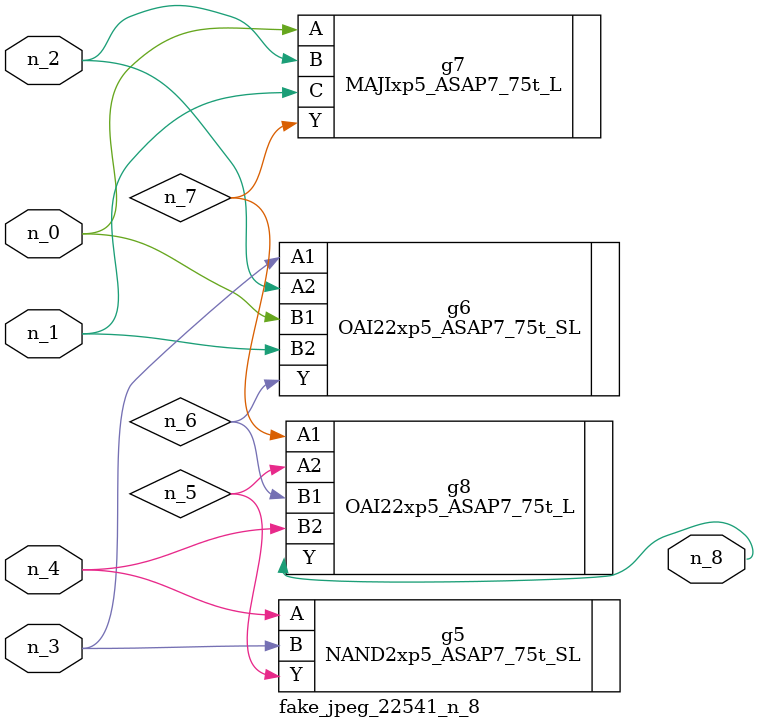
<source format=v>
module fake_jpeg_22541_n_8 (n_3, n_2, n_1, n_0, n_4, n_8);

input n_3;
input n_2;
input n_1;
input n_0;
input n_4;

output n_8;

wire n_6;
wire n_5;
wire n_7;

NAND2xp5_ASAP7_75t_SL g5 ( 
.A(n_4),
.B(n_3),
.Y(n_5)
);

OAI22xp5_ASAP7_75t_SL g6 ( 
.A1(n_3),
.A2(n_2),
.B1(n_0),
.B2(n_1),
.Y(n_6)
);

MAJIxp5_ASAP7_75t_L g7 ( 
.A(n_0),
.B(n_2),
.C(n_1),
.Y(n_7)
);

OAI22xp5_ASAP7_75t_L g8 ( 
.A1(n_7),
.A2(n_5),
.B1(n_6),
.B2(n_4),
.Y(n_8)
);


endmodule
</source>
